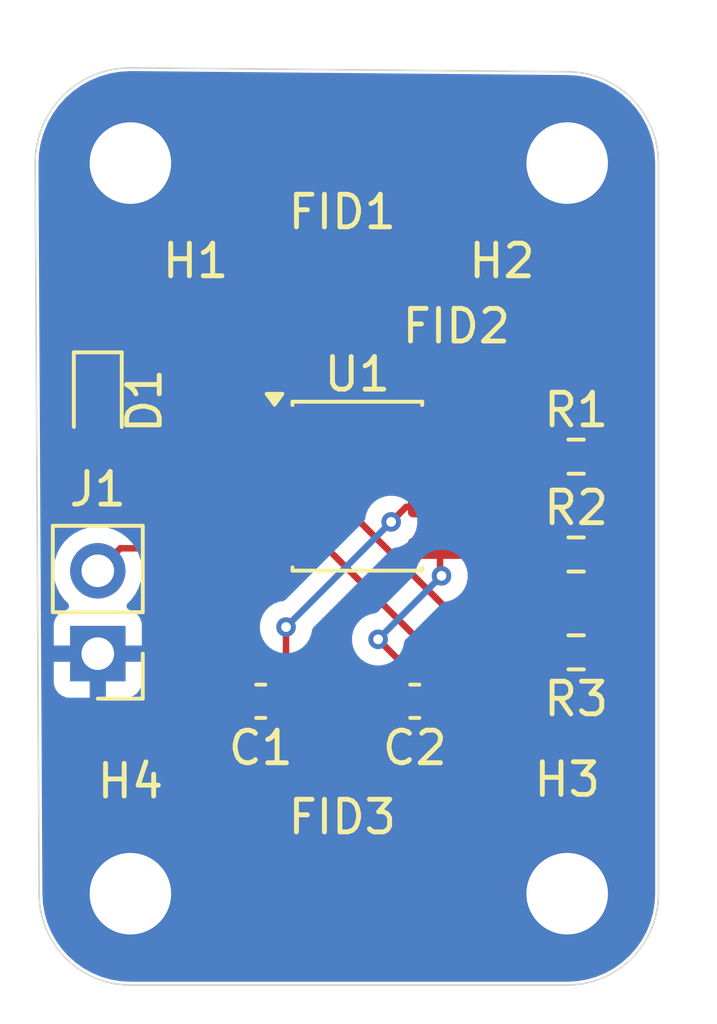
<source format=kicad_pcb>
(kicad_pcb (version 20241229) (generator "pcbnew") (generator_version "9.0")
  (layers (0 "F.Cu" signal) (2 "B.Cu" signal) (13 "F.Paste" user) (15 "B.Paste" user) (5 "F.SilkS" user "F.Silkscreen") (7 "B.SilkS" user "B.Silkscreen") (1 "F.Mask" user) (3 "B.Mask" user) (25 "Edge.Cuts" user))
  (net 0 "")
  (net 1 "VCC")
  (net 2 "DIS")
  (net 3 "TRG")
  (net 4 "Net-(D1-A)")
  (net 5 "Net-(U1-CV)")
  (net 6 "GND")
  (footprint "Package_SO:SOP-8_3.76x4.96mm_P1.27mm" (layer "F.Cu") (at 138.9625 86.905)
    (property "Reference" "U1" (at 0 -3.43 0) (layer "F.SilkS"))
    (property "Value" "NE555P" (hide yes))
    (fp_line (start -1.99 -2.59) (end 1.99 -2.59) (stroke (width 0.12)) (layer "F.SilkS"))
    (fp_line (start -1.99 -2.49) (end -1.99 -2.59) (stroke (width 0.12)) (layer "F.SilkS"))
    (fp_line (start -1.99 2.59) (end -1.99 2.49) (stroke (width 0.12)) (layer "F.SilkS"))
    (fp_line (start 1.99 -2.59) (end 1.99 -2.49) (stroke (width 0.12)) (layer "F.SilkS"))
    (fp_line (start 1.99 2.49) (end 1.99 2.59) (stroke (width 0.12)) (layer "F.SilkS"))
    (fp_line (start 1.99 2.59) (end -1.99 2.59) (stroke (width 0.12)) (layer "F.SilkS"))
    (fp_poly (pts (xy -2.54 -2.5) (xy -2.78 -2.83) (xy -2.3 -2.83)) (stroke (width 0.12)) (fill yes) (layer "F.SilkS"))
    (pad "1" smd roundrect (at -2.5375 -1.905) (size 1.975 0.65) (layers "F.Cu" "F.Mask" "F.Paste") (net 6 "GND"))
    (pad "2" smd roundrect (at -2.5375 -0.635) (size 1.975 0.65) (layers "F.Cu" "F.Mask" "F.Paste") (net 3 "TRG"))
    (pad "3" smd roundrect (at -2.5375 0.635) (size 1.975 0.65) (layers "F.Cu" "F.Mask" "F.Paste") (net 4 "Net-(D1-A)"))
    (pad "4" smd roundrect (at -2.5375 1.905) (size 1.975 0.65) (layers "F.Cu" "F.Mask" "F.Paste") (net 1 "VCC"))
    (pad "5" smd roundrect (at 2.5375 1.905) (size 1.975 0.65) (layers "F.Cu" "F.Mask" "F.Paste") (net 5 "Net-(U1-CV)"))
    (pad "6" smd roundrect (at 2.5375 0.635) (size 1.975 0.65) (layers "F.Cu" "F.Mask" "F.Paste") (net 3 "TRG"))
    (pad "7" smd roundrect (at 2.5375 -0.635) (size 1.975 0.65) (layers "F.Cu" "F.Mask" "F.Paste") (net 2 "DIS"))
    (pad "8" smd roundrect (at 2.5375 -1.905) (size 1.975 0.65) (layers "F.Cu" "F.Mask" "F.Paste") (net 1 "VCC"))
  )
  (footprint "MountingHole:MountingHole_2.5mm_Pad" (layer "F.Cu") (at 145.4 77)
    (property "Reference" "H2" (at -2 3 0) (layer "F.SilkS"))
    (property "Value" "MountingHole_Pad" (hide yes))
    (pad "1" thru_hole circle (at 0 0) (size 5 5) (drill 2.5) (layers "*.Cu" "*.Mask") (net 6 "GND"))
  )
  (footprint "Fiducial:Fiducial_1.5mm_Mask3mm" (layer "F.Cu") (at 138.5 76)
    (property "Reference" "FID1" (at 0 2.5 0) (layer "F.SilkS"))
    (property "Value" "Fiducial" (hide yes))
    (pad "" smd circle (at 0 0) (size 1.5 1.5) (layers "F.Cu" "F.Mask") (clearance 0.85))
  )
  (footprint "Resistor_SMD:R_0603_1608Metric" (layer "F.Cu") (at 145.675 86)
    (property "Reference" "R1" (at 0 -1.43 0) (layer "F.SilkS"))
    (property "Value" "10K")
    (fp_line (start -0.237258 -0.5225) (end 0.237258 -0.5225) (stroke (width 0.12)) (layer "F.SilkS"))
    (fp_line (start -0.237258 0.5225) (end 0.237258 0.5225) (stroke (width 0.12)) (layer "F.SilkS"))
    (pad "1" smd roundrect (at -0.825 0) (size 0.8 0.95) (layers "F.Cu" "F.Mask" "F.Paste") (net 1 "VCC"))
    (pad "2" smd roundrect (at 0.825 0) (size 0.8 0.95) (layers "F.Cu" "F.Mask" "F.Paste") (net 2 "DIS"))
  )
  (footprint "Resistor_SMD:R_0603_1608Metric" (layer "F.Cu") (at 145.675 92 180)
    (property "Reference" "R3" (at 0 -1.43 0) (layer "F.SilkS"))
    (property "Value" "1K")
    (fp_line (start -0.237258 0.5225) (end 0.237258 0.5225) (stroke (width 0.12)) (layer "F.SilkS"))
    (fp_line (start -0.237258 -0.5225) (end 0.237258 -0.5225) (stroke (width 0.12)) (layer "F.SilkS"))
    (pad "1" smd roundrect (at -0.825 0 180) (size 0.8 0.95) (layers "F.Cu" "F.Mask" "F.Paste") (net 1 "VCC"))
    (pad "2" smd roundrect (at 0.825 0 180) (size 0.8 0.95) (layers "F.Cu" "F.Mask" "F.Paste") (net 4 "Net-(D1-A)"))
  )
  (footprint "Fiducial:Fiducial_1.5mm_Mask3mm" (layer "F.Cu") (at 145.5 82)
    (property "Reference" "FID2" (at -3.5 0 0) (layer "F.SilkS"))
    (property "Value" "Fiducial" (hide yes))
    (pad "" smd circle (at 0 0) (size 1.5 1.5) (layers "F.Cu" "F.Mask") (clearance 0.85))
  )
  (footprint "Connector_PinHeader_2.54mm:PinHeader_1x02_P2.54mm_Vertical" (layer "F.Cu") (at 131 92.04 180)
    (property "Reference" "J1" (at 0 5.04 0) (layer "F.SilkS"))
    (property "Value" "Power Input" (hide yes))
    (fp_line (start 1.38 1.27) (end 1.38 3.92) (stroke (width 0.12)) (layer "F.SilkS"))
    (fp_line (start -1.38 3.92) (end 1.38 3.92) (stroke (width 0.12)) (layer "F.SilkS"))
    (fp_line (start -1.38 1.27) (end 1.38 1.27) (stroke (width 0.12)) (layer "F.SilkS"))
    (fp_line (start -1.38 1.27) (end -1.38 3.92) (stroke (width 0.12)) (layer "F.SilkS"))
    (fp_line (start -1.38 0) (end -1.38 -1.38) (stroke (width 0.12)) (layer "F.SilkS"))
    (fp_line (start -1.38 -1.38) (end 0 -1.38) (stroke (width 0.12)) (layer "F.SilkS"))
    (pad "1" thru_hole rect (at 0 0 180) (size 1.7 1.7) (drill 1) (layers "*.Cu" "*.Mask") (net 6 "GND"))
    (pad "2" thru_hole circle (at 0 2.54 180) (size 1.7 1.7) (drill 1) (layers "*.Cu" "*.Mask") (net 1 "VCC"))
  )
  (footprint "MountingHole:MountingHole_2.5mm_Pad" (layer "F.Cu") (at 132 77)
    (property "Reference" "H1" (at 2 3 0) (layer "F.SilkS"))
    (property "Value" "MountingHole_Pad" (hide yes))
    (pad "1" thru_hole circle (at 0 0) (size 5 5) (drill 2.5) (layers "*.Cu" "*.Mask") (net 6 "GND"))
  )
  (footprint "MountingHole:MountingHole_2.5mm_Pad" (layer "F.Cu") (at 145.4 99.4)
    (property "Reference" "H3" (at 0 -3.5 0) (layer "F.SilkS"))
    (property "Value" "MountingHole_Pad" (hide yes))
    (pad "1" thru_hole circle (at 0 0) (size 5 5) (drill 2.5) (layers "*.Cu" "*.Mask") (net 6 "GND"))
  )
  (footprint "LED_SMD:LED_0603_1608Metric" (layer "F.Cu") (at 131 84.2875 -90)
    (property "Reference" "D1" (at 0 -1.43 90) (layer "F.SilkS"))
    (property "Value" "LED")
    (fp_line (start -1.485 0.735) (end 0.8 0.735) (stroke (width 0.12)) (layer "F.SilkS"))
    (fp_line (start -1.485 -0.735) (end -1.485 0.735) (stroke (width 0.12)) (layer "F.SilkS"))
    (fp_line (start 0.8 -0.735) (end -1.485 -0.735) (stroke (width 0.12)) (layer "F.SilkS"))
    (pad "1" smd roundrect (at -0.7875 0 270) (size 0.875 0.95) (layers "F.Cu" "F.Mask" "F.Paste") (net 6 "GND"))
    (pad "2" smd roundrect (at 0.7875 0 270) (size 0.875 0.95) (layers "F.Cu" "F.Mask" "F.Paste") (net 4 "Net-(D1-A)"))
  )
  (footprint "Capacitor_SMD:C_0603_1608Metric" (layer "F.Cu") (at 140.725 93.5 180)
    (property "Reference" "C2" (at 0 -1.43 0) (layer "F.SilkS"))
    (property "Value" "0.01uF")
    (fp_line (start -0.14058 0.51) (end 0.14058 0.51) (stroke (width 0.12)) (layer "F.SilkS"))
    (fp_line (start -0.14058 -0.51) (end 0.14058 -0.51) (stroke (width 0.12)) (layer "F.SilkS"))
    (pad "1" smd roundrect (at -0.775 0 180) (size 0.9 0.95) (layers "F.Cu" "F.Mask" "F.Paste") (net 5 "Net-(U1-CV)"))
    (pad "2" smd roundrect (at 0.775 0 180) (size 0.9 0.95) (layers "F.Cu" "F.Mask" "F.Paste") (net 6 "GND"))
  )
  (footprint "Fiducial:Fiducial_1.5mm_Mask3mm" (layer "F.Cu") (at 138.5 99.5)
    (property "Reference" "FID3" (at 0 -2.45 0) (layer "F.SilkS"))
    (property "Value" "Fiducial" (hide yes))
    (pad "" smd circle (at 0 0) (size 1.5 1.5) (layers "F.Cu" "F.Mask") (clearance 0.85))
  )
  (footprint "Capacitor_SMD:C_0603_1608Metric" (layer "F.Cu") (at 136 93.5 180)
    (property "Reference" "C1" (at 0 -1.43 0) (layer "F.SilkS"))
    (property "Value" "0.1uF")
    (fp_line (start -0.14058 0.51) (end 0.14058 0.51) (stroke (width 0.12)) (layer "F.SilkS"))
    (fp_line (start -0.14058 -0.51) (end 0.14058 -0.51) (stroke (width 0.12)) (layer "F.SilkS"))
    (pad "1" smd roundrect (at -0.775 0 180) (size 0.9 0.95) (layers "F.Cu" "F.Mask" "F.Paste") (net 3 "TRG"))
    (pad "2" smd roundrect (at 0.775 0 180) (size 0.9 0.95) (layers "F.Cu" "F.Mask" "F.Paste") (net 6 "GND"))
  )
  (footprint "MountingHole:MountingHole_2.5mm_Pad" (layer "F.Cu") (at 132 99.4)
    (property "Reference" "H4" (at 0 -3.45 0) (layer "F.SilkS"))
    (property "Value" "MountingHole_Pad" (hide yes))
    (pad "1" thru_hole circle (at 0 0) (size 5 5) (drill 2.5) (layers "*.Cu" "*.Mask") (net 6 "GND"))
  )
  (footprint "Resistor_SMD:R_0603_1608Metric" (layer "F.Cu") (at 145.675 89)
    (property "Reference" "R2" (at 0 -1.43 0) (layer "F.SilkS"))
    (property "Value" "10K")
    (fp_line (start -0.237258 -0.5225) (end 0.237258 -0.5225) (stroke (width 0.12)) (layer "F.SilkS"))
    (fp_line (start -0.237258 0.5225) (end 0.237258 0.5225) (stroke (width 0.12)) (layer "F.SilkS"))
    (pad "1" smd roundrect (at -0.825 0) (size 0.8 0.95) (layers "F.Cu" "F.Mask" "F.Paste") (net 2 "DIS"))
    (pad "2" smd roundrect (at 0.825 0) (size 0.8 0.95) (layers "F.Cu" "F.Mask" "F.Paste") (net 3 "TRG"))
  )
  (gr_line (start 148.2 99.4) (end 148.2 77) (stroke (width 0.05)) (layer "Edge.Cuts"))
  (gr_line (start 132 102.2) (end 145.4 102.2) (stroke (width 0.05)) (layer "Edge.Cuts"))
  (gr_arc (start 132 102.2) (mid 130.020101 101.379899) (end 129.2 99.4) (stroke (width 0.05)) (layer "Edge.Cuts"))
  (gr_line (start 132 74.07941) (end 145.4 74.2) (stroke (width 0.05)) (layer "Edge.Cuts"))
  (gr_arc (start 145.4 74.2) (mid 147.379899 75.020101) (end 148.2 77) (stroke (width 0.05)) (layer "Edge.Cuts"))
  (gr_line (start 129.07941 77) (end 129.2 99.4) (stroke (width 0.05)) (layer "Edge.Cuts"))
  (gr_arc (start 129.07941 77) (mid 129.934831 74.934831) (end 132 74.07941) (stroke (width 0.05)) (layer "Edge.Cuts"))
  (gr_arc (start 148.2 99.4) (mid 147.379899 101.379899) (end 145.4 102.2) (stroke (width 0.05)) (layer "Edge.Cuts"))
  (segment (start 146.913064 85.224) (end 145.626 85.224) (width 0.2) (layer "F.Cu") (net 1))
  (segment (start 145.626 85.224) (end 144.85 86) (width 0.2) (layer "F.Cu") (net 1))
  (segment (start 144.85 86) (end 143.85 85) (width 0.2) (layer "F.Cu") (net 1))
  (segment (start 145.724 92.776) (end 146.5 92) (width 0.2) (layer "F.Cu") (net 1))
  (segment (start 146.5 92) (end 147.201 91.299) (width 0.2) (layer "F.Cu") (net 1))
  (segment (start 143.85 85) (end 141.5 85) (width 0.2) (layer "F.Cu") (net 1))
  (segment (start 147.201 85.511936) (end 146.913064 85.224) (width 0.2) (layer "F.Cu") (net 1))
  (segment (start 136.425 88.81) (end 131.69 88.81) (width 0.2) (layer "F.Cu") (net 1))
  (segment (start 142.00111 92.776) (end 145.724 92.776) (width 0.2) (layer "F.Cu") (net 1))
  (segment (start 138.03511 88.81) (end 142.00111 92.776) (width 0.2) (layer "F.Cu") (net 1))
  (segment (start 131.69 88.81) (end 131 89.5) (width 0.2) (layer "F.Cu") (net 1))
  (segment (start 136.425 88.81) (end 138.03511 88.81) (width 0.2) (layer "F.Cu") (net 1))
  (segment (start 147.201 91.299) (end 147.201 85.511936) (width 0.2) (layer "F.Cu") (net 1))
  (segment (start 145.724 86.776) (end 146.5 86) (width 0.2) (layer "F.Cu") (net 2))
  (segment (start 144.85 87.65) (end 146.5 86) (width 0.2) (layer "F.Cu") (net 2))
  (segment (start 144.85 89) (end 144.85 87.65) (width 0.2) (layer "F.Cu") (net 2))
  (segment (start 142.006 86.776) (end 145.724 86.776) (width 0.2) (layer "F.Cu") (net 2))
  (segment (start 141.5 86.27) (end 142.006 86.776) (width 0.2) (layer "F.Cu") (net 2))
  (segment (start 140.856 86.896) (end 141.5 87.54) (width 0.2) (layer "F.Cu") (net 3))
  (segment (start 137.051 86.896) (end 140.856 86.896) (width 0.2) (layer "F.Cu") (net 3))
  (segment (start 136.775 93.5) (end 136.775 91.225) (width 0.2) (layer "F.Cu") (net 3))
  (segment (start 144.436936 89.776) (end 145.724 89.776) (width 0.2) (layer "F.Cu") (net 3))
  (segment (start 141.5 87.54) (end 142.200936 87.54) (width 0.2) (layer "F.Cu") (net 3))
  (segment (start 142.200936 87.54) (end 144.436936 89.776) (width 0.2) (layer "F.Cu") (net 3))
  (segment (start 140.46 87.54) (end 140 88) (width 0.2) (layer "F.Cu") (net 3))
  (segment (start 141.5 87.54) (end 140.46 87.54) (width 0.2) (layer "F.Cu") (net 3))
  (segment (start 145.724 89.776) (end 146.5 89) (width 0.2) (layer "F.Cu") (net 3))
  (segment (start 136.425 86.27) (end 137.051 86.896) (width 0.2) (layer "F.Cu") (net 3))
  (segment (start 136.8 91.2) (end 136.775 91.225) (width 0.2) (layer "F.Cu") (net 3))
  (via (at 140 88) (size 0.6) (drill 0.3) (layers "F.Cu" "B.Cu") (net 3))
  (via (at 136.775 91.225) (size 0.6) (drill 0.3) (layers "F.Cu" "B.Cu") (net 3))
  (segment (start 136.775 91.225) (end 140 88) (width 0.2) (layer "B.Cu") (net 3))
  (segment (start 131 85.075) (end 133.465 87.54) (width 0.2) (layer "F.Cu") (net 4))
  (segment (start 138.58251 87.54) (end 143.04251 92) (width 0.2) (layer "F.Cu") (net 4))
  (segment (start 133.465 87.54) (end 136.425 87.54) (width 0.2) (layer "F.Cu") (net 4))
  (segment (start 143.04251 92) (end 144.85 92) (width 0.2) (layer "F.Cu") (net 4))
  (segment (start 136.425 87.54) (end 138.58251 87.54) (width 0.2) (layer "F.Cu") (net 4))
  (segment (start 141.5 88.81) (end 141.5 89.60896) (width 0.2) (layer "F.Cu") (net 5))
  (segment (start 141.5 93.5) (end 139.6 91.6) (width 0.2) (layer "F.Cu") (net 5))
  (segment (start 141.5 89.60896) (end 141.54552 89.65448) (width 0.2) (layer "F.Cu") (net 5))
  (via (at 141.54552 89.65448) (size 0.6) (drill 0.3) (layers "F.Cu" "B.Cu") (net 5))
  (via (at 139.6 91.6) (size 0.6) (drill 0.3) (layers "F.Cu" "B.Cu") (net 5))
  (segment (start 139.6 91.6) (end 141.6 89.6) (width 0.2) (layer "B.Cu") (net 5))
  (segment (start 131 92.04) (end 133.765 92.04) (width 0.2) (layer "F.Cu") (net 6))
  (segment (start 136.225 94.5) (end 138.95 94.5) (width 0.2) (layer "F.Cu") (net 6))
  (segment (start 132.5 85) (end 131 83.5) (width 0.2) (layer "F.Cu") (net 6))
  (segment (start 131 78) (end 132 77) (width 0.2) (layer "F.Cu") (net 6))
  (segment (start 133.765 92.04) (end 135.225 93.5) (width 0.2) (layer "F.Cu") (net 6))
  (segment (start 138.95 94.5) (end 139.95 93.5) (width 0.2) (layer "F.Cu") (net 6))
  (segment (start 136.425 85) (end 132.5 85) (width 0.2) (layer "F.Cu") (net 6))
  (segment (start 131 83.5) (end 131 78) (width 0.2) (layer "F.Cu") (net 6))
  (segment (start 135.225 93.5) (end 136.225 94.5) (width 0.2) (layer "F.Cu") (net 6))
  (zone (net 6) (net_name "GND") (layer "B.Cu") (connect_pads (clearance 0.5)) (min_thickness 0.25) (fill yes (thermal_gap 0.5) (thermal_bridge_width 0.5))
    (polygon (pts (xy 128 72) (xy 149.6 72.2) (xy 150 103.4) (xy 128.2 103.2) (xy 128.2 72)))
  )
)
</source>
